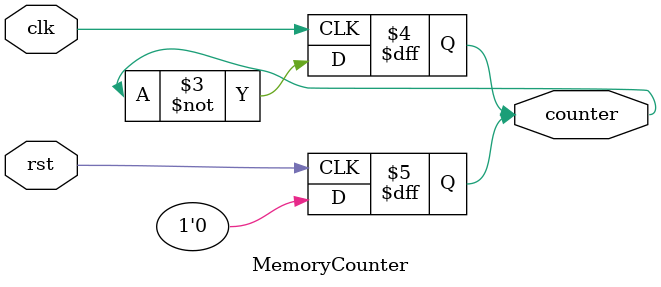
<source format=v>
`timescale 1ns / 1ps


module MemoryCounter(input clk, input rst, output reg counter);

always @(posedge rst) begin
   counter<=0;
end

    always@(posedge clk)
    begin
       //if(rst) counter <=0;
       // else
        counter <= ~counter;
    end
    
endmodule

</source>
